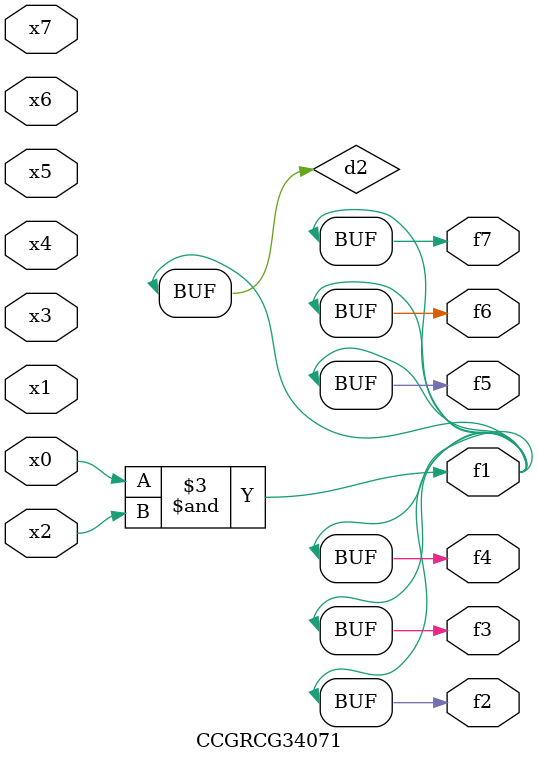
<source format=v>
module CCGRCG34071(
	input x0, x1, x2, x3, x4, x5, x6, x7,
	output f1, f2, f3, f4, f5, f6, f7
);

	wire d1, d2;

	nor (d1, x3, x6);
	and (d2, x0, x2);
	assign f1 = d2;
	assign f2 = d2;
	assign f3 = d2;
	assign f4 = d2;
	assign f5 = d2;
	assign f6 = d2;
	assign f7 = d2;
endmodule

</source>
